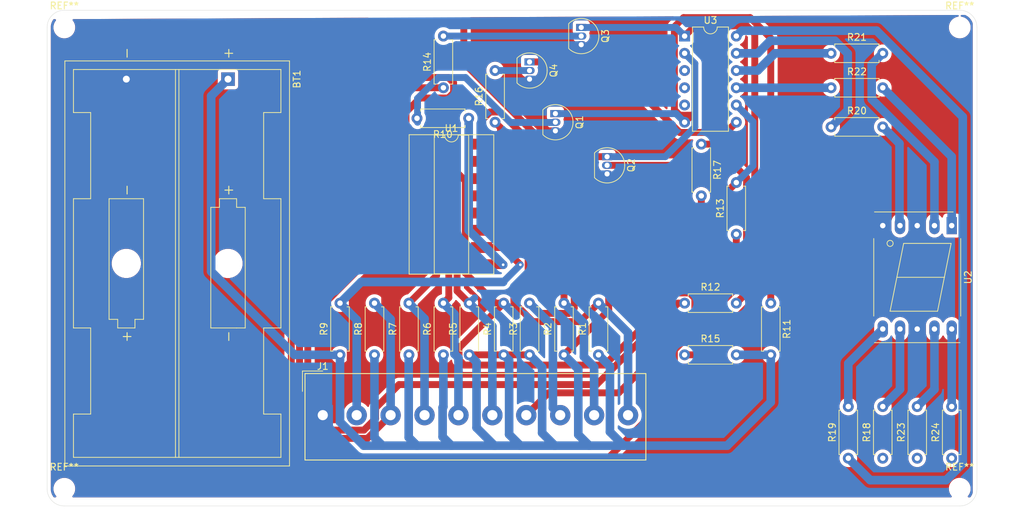
<source format=kicad_pcb>
(kicad_pcb (version 20171130) (host pcbnew "(5.1.8)-1")
  (layers (0 F.Cu signal) (31 B.Cu signal) (34 B.Paste user) (35 F.Paste user) (36 B.SilkS user) (37 F.SilkS user) (38 B.Mask user) (39 F.Mask user) (44 Edge.Cuts user))
  (net 0 "")
  (net 1 +5V)
  (net 2 GND)
  (net 3 "Net-(J1-Pad2)")
  (net 4 "Net-(J1-Pad3)")
  (net 5 "Net-(J1-Pad4)")
  (net 6 "Net-(J1-Pad5)")
  (net 7 "Net-(J1-Pad6)")
  (net 8 "Net-(J1-Pad7)")
  (net 9 "Net-(J1-Pad8)")
  (net 10 "Net-(J1-Pad9)")
  (net 11 "Net-(J1-Pad10)")
  (net 12 "Net-(Q1-Pad1)")
  (net 13 "Net-(Q1-Pad2)")
  (net 14 "Net-(Q2-Pad2)")
  (net 15 "Net-(Q2-Pad1)")
  (net 16 "Net-(Q3-Pad2)")
  (net 17 "Net-(Q3-Pad1)")
  (net 18 "Net-(Q4-Pad1)")
  (net 19 "Net-(Q4-Pad2)")
  (net 20 "Net-(R10-Pad1)")
  (net 21 "Net-(R12-Pad1)")
  (net 22 "Net-(R14-Pad1)")
  (net 23 "Net-(R16-Pad1)")
  (net 24 "Net-(R18-Pad2)")
  (net 25 "Net-(R18-Pad1)")
  (net 26 "Net-(R19-Pad1)")
  (net 27 "Net-(R19-Pad2)")
  (net 28 "Net-(R20-Pad2)")
  (net 29 "Net-(R20-Pad1)")
  (net 30 "Net-(R21-Pad1)")
  (net 31 "Net-(R21-Pad2)")
  (net 32 "Net-(R22-Pad2)")
  (net 33 "Net-(R22-Pad1)")
  (net 34 "Net-(R23-Pad1)")
  (net 35 "Net-(R23-Pad2)")
  (net 36 "Net-(R24-Pad2)")
  (net 37 "Net-(R24-Pad1)")
  (net 38 "Net-(U3-Pad3)")
  (net 39 "Net-(U3-Pad4)")
  (net 40 "Net-(U3-Pad5)")
  (module Package_DIP:DIP-16_W8.89mm_SMDSocket_LongPads (layer F.Cu) (at 106.6 87.05)
    (fp_text reference U1 (at 0 -11.22) (layer F.SilkS))
    (fp_text value 74LS147)
    (pad 16 smd rect (at 4.445 -8.89) (size 3.1 1.6) (layers F.Cu F.Paste F.Mask) (net 1 +5V))
    (pad 8 smd rect (at -4.445 8.89) (size 3.1 1.6) (layers F.Cu F.Paste F.Mask) (net 2 GND))
    (pad 15 smd rect (at 4.445 -6.35) (size 3.1 1.6) (layers F.Cu F.Paste F.Mask))
    (pad 7 smd rect (at -4.445 6.35) (size 3.1 1.6) (layers F.Cu F.Paste F.Mask) (net 21 "Net-(R12-Pad1)"))
    (pad 14 smd rect (at 4.445 -3.81) (size 3.1 1.6) (layers F.Cu F.Paste F.Mask) (net 23 "Net-(R16-Pad1)"))
    (pad 6 smd rect (at -4.445 3.81) (size 3.1 1.6) (layers F.Cu F.Paste F.Mask) (net 22 "Net-(R14-Pad1)"))
    (pad 13 smd rect (at 4.445 -1.27) (size 3.1 1.6) (layers F.Cu F.Paste F.Mask) (net 9 "Net-(J1-Pad8)"))
    (pad 5 smd rect (at -4.445 1.27) (size 3.1 1.6) (layers F.Cu F.Paste F.Mask) (net 4 "Net-(J1-Pad3)"))
    (pad 12 smd rect (at 4.445 1.27) (size 3.1 1.6) (layers F.Cu F.Paste F.Mask) (net 10 "Net-(J1-Pad9)"))
    (pad 4 smd rect (at -4.445 -1.27) (size 3.1 1.6) (layers F.Cu F.Paste F.Mask) (net 5 "Net-(J1-Pad4)"))
    (pad 11 smd rect (at 4.445 3.81) (size 3.1 1.6) (layers F.Cu F.Paste F.Mask) (net 11 "Net-(J1-Pad10)"))
    (pad 3 smd rect (at -4.445 -3.81) (size 3.1 1.6) (layers F.Cu F.Paste F.Mask) (net 6 "Net-(J1-Pad5)"))
    (pad 10 smd rect (at 4.445 6.35) (size 3.1 1.6) (layers F.Cu F.Paste F.Mask) (net 3 "Net-(J1-Pad2)"))
    (pad 2 smd rect (at -4.445 -6.35) (size 3.1 1.6) (layers F.Cu F.Paste F.Mask) (net 7 "Net-(J1-Pad6)"))
    (pad 9 smd rect (at 4.445 8.89) (size 3.1 1.6) (layers F.Cu F.Paste F.Mask) (net 20 "Net-(R10-Pad1)"))
    (pad 1 smd rect (at -4.445 -8.89) (size 3.1 1.6) (layers F.Cu F.Paste F.Mask) (net 8 "Net-(J1-Pad7)"))
  )
  (module MountingHole:MountingHole_2.2mm_M2 (layer F.Cu) (at 181.53 128.96)
    (fp_text reference REF** (at 0 -3.2) (layer F.SilkS))
    (fp_text value MountingHole_2.2mm_M2)
    (pad 1 np_thru_hole circle (at 0 0) (size 2.2 2.2) (drill 2.2) (layers *.Cu *.Mask))
  )
  (module MountingHole:MountingHole_2.2mm_M2 (layer F.Cu) (at 181.53 60.96)
    (fp_text reference REF** (at 0 -3.2) (layer F.SilkS))
    (fp_text value MountingHole_2.2mm_M2)
    (pad 1 np_thru_hole circle (at 0 0) (size 2.2 2.2) (drill 2.2) (layers *.Cu *.Mask))
  )
  (module MountingHole:MountingHole_2.2mm_M2 (layer F.Cu) (at 49.53 128.96)
    (fp_text reference REF** (at 0 -3.2) (layer F.SilkS))
    (fp_text value MountingHole_2.2mm_M2)
    (pad 1 np_thru_hole circle (at 0 0) (size 2.2 2.2) (drill 2.2) (layers *.Cu *.Mask))
  )
  (module MountingHole:MountingHole_2.2mm_M2 (layer F.Cu) (at 49.53 60.96)
    (fp_text reference REF** (at 0 -3.2) (layer F.SilkS))
    (fp_text value MountingHole_2.2mm_M2)
    (pad 1 np_thru_hole circle (at 0 0) (size 2.2 2.2) (drill 2.2) (layers *.Cu *.Mask))
  )
  (module Battery:BatteryHolder_Keystone_2462_2xAA (layer F.Cu) (at 73.66 68.58 270)
    (fp_text reference BT1 (at 0 -10.16 270) (layer F.SilkS))
    (fp_text value Battery_Cell)
    (fp_text user - (at 37.945 0 90) (layer F.SilkS) (effects (font (size 1.5 1.5))))
    (fp_text user + (at 16.355 0 90) (layer F.SilkS) (effects (font (size 1.5 1.5))))
    (fp_text user + (at 37.945 14.99 90) (layer F.SilkS) (effects (font (size 1.5 1.5))))
    (fp_text user - (at 16.355 14.99 90) (layer F.SilkS) (effects (font (size 1.5 1.5))))
    (fp_text user + (at -3.81 0 90) (layer F.SilkS) (effects (font (size 1.5 1.5))))
    (fp_text user - (at -3.81 14.99 90) (layer F.SilkS) (effects (font (size 1.5 1.5))))
    (pad 1 thru_hole rect (at 0 0 270) (size 2 2) (drill 1.02) (layers *.Cu *.Mask) (net 1 +5V))
    (pad 2 thru_hole circle (at 0 14.99 270) (size 2 2) (drill 1.02) (layers *.Cu *.Mask) (net 2 GND))
    (pad "" np_thru_hole circle (at 27.165 14.99 270) (size 3.3 3.3) (drill 3.3) (layers *.Cu *.Mask))
    (pad "" np_thru_hole circle (at 27.165 0 270) (size 3.3 3.3) (drill 3.3) (layers *.Cu *.Mask))
  )
  (module TerminalBlock_Altech:Altech_AK300_1x10_P5.00mm_45-Degree (layer F.Cu) (at 87.63 118.11)
    (fp_text reference J1 (at 0 -7.2) (layer F.SilkS))
    (fp_text value Screw_Terminal_01x10)
    (pad 1 thru_hole rect (at 0 0) (size 3 3) (drill 1.5) (layers *.Cu *.Mask) (net 2 GND))
    (pad 2 thru_hole circle (at 5 0) (size 3 3) (drill 1.5) (layers *.Cu *.Mask) (net 3 "Net-(J1-Pad2)"))
    (pad 3 thru_hole circle (at 10 0) (size 3 3) (drill 1.5) (layers *.Cu *.Mask) (net 4 "Net-(J1-Pad3)"))
    (pad 4 thru_hole circle (at 15 0) (size 3 3) (drill 1.5) (layers *.Cu *.Mask) (net 5 "Net-(J1-Pad4)"))
    (pad 5 thru_hole circle (at 20 0) (size 3 3) (drill 1.5) (layers *.Cu *.Mask) (net 6 "Net-(J1-Pad5)"))
    (pad 6 thru_hole circle (at 25 0) (size 3 3) (drill 1.5) (layers *.Cu *.Mask) (net 7 "Net-(J1-Pad6)"))
    (pad 7 thru_hole circle (at 30 0) (size 3 3) (drill 1.5) (layers *.Cu *.Mask) (net 8 "Net-(J1-Pad7)"))
    (pad 8 thru_hole circle (at 35 0) (size 3 3) (drill 1.5) (layers *.Cu *.Mask) (net 9 "Net-(J1-Pad8)"))
    (pad 9 thru_hole circle (at 40 0) (size 3 3) (drill 1.5) (layers *.Cu *.Mask) (net 10 "Net-(J1-Pad9)"))
    (pad 10 thru_hole circle (at 45 0) (size 3 3) (drill 1.5) (layers *.Cu *.Mask) (net 11 "Net-(J1-Pad10)"))
  )
  (module Package_TO_SOT_THT:TO-92_Inline (layer F.Cu) (at 121.92 73.66 270)
    (fp_text reference Q1 (at 1.27 -3.56 90) (layer F.SilkS))
    (fp_text value BC547)
    (pad 1 thru_hole rect (at 0 0 270) (size 1.05 1.5) (drill 0.75) (layers *.Cu *.Mask) (net 12 "Net-(Q1-Pad1)"))
    (pad 3 thru_hole oval (at 2.54 0 270) (size 1.05 1.5) (drill 0.75) (layers *.Cu *.Mask) (net 2 GND))
    (pad 2 thru_hole oval (at 1.27 0 270) (size 1.05 1.5) (drill 0.75) (layers *.Cu *.Mask) (net 13 "Net-(Q1-Pad2)"))
  )
  (module Package_TO_SOT_THT:TO-92_Inline (layer F.Cu) (at 129.54 80.01 270)
    (fp_text reference Q2 (at 1.27 -3.56 90) (layer F.SilkS))
    (fp_text value BC547)
    (pad 2 thru_hole oval (at 1.27 0 270) (size 1.05 1.5) (drill 0.75) (layers *.Cu *.Mask) (net 14 "Net-(Q2-Pad2)"))
    (pad 3 thru_hole oval (at 2.54 0 270) (size 1.05 1.5) (drill 0.75) (layers *.Cu *.Mask) (net 2 GND))
    (pad 1 thru_hole rect (at 0 0 270) (size 1.05 1.5) (drill 0.75) (layers *.Cu *.Mask) (net 15 "Net-(Q2-Pad1)"))
  )
  (module Package_TO_SOT_THT:TO-92_Inline (layer F.Cu) (at 125.73 60.96 270)
    (fp_text reference Q3 (at 1.27 -3.56 90) (layer F.SilkS))
    (fp_text value BC547)
    (pad 2 thru_hole oval (at 1.27 0 270) (size 1.05 1.5) (drill 0.75) (layers *.Cu *.Mask) (net 16 "Net-(Q3-Pad2)"))
    (pad 3 thru_hole oval (at 2.54 0 270) (size 1.05 1.5) (drill 0.75) (layers *.Cu *.Mask) (net 2 GND))
    (pad 1 thru_hole rect (at 0 0 270) (size 1.05 1.5) (drill 0.75) (layers *.Cu *.Mask) (net 17 "Net-(Q3-Pad1)"))
  )
  (module Package_TO_SOT_THT:TO-92_Inline (layer F.Cu) (at 118.11 66.04 270)
    (fp_text reference Q4 (at 1.27 -3.56 90) (layer F.SilkS))
    (fp_text value BC547)
    (pad 1 thru_hole rect (at 0 0 270) (size 1.05 1.5) (drill 0.75) (layers *.Cu *.Mask) (net 18 "Net-(Q4-Pad1)"))
    (pad 3 thru_hole oval (at 2.54 0 270) (size 1.05 1.5) (drill 0.75) (layers *.Cu *.Mask) (net 2 GND))
    (pad 2 thru_hole oval (at 1.27 0 270) (size 1.05 1.5) (drill 0.75) (layers *.Cu *.Mask) (net 19 "Net-(Q4-Pad2)"))
  )
  (module Resistor_THT:R_Axial_DIN0207_L6.3mm_D2.5mm_P7.62mm_Horizontal (layer F.Cu) (at 128.27 109.22 90)
    (fp_text reference R1 (at 3.81 -2.37 90) (layer F.SilkS))
    (fp_text value 560k)
    (pad 2 thru_hole oval (at 7.62 0 90) (size 1.6 1.6) (drill 0.8) (layers *.Cu *.Mask) (net 11 "Net-(J1-Pad10)"))
    (pad 1 thru_hole circle (at 0 0 90) (size 1.6 1.6) (drill 0.8) (layers *.Cu *.Mask) (net 1 +5V))
  )
  (module Resistor_THT:R_Axial_DIN0207_L6.3mm_D2.5mm_P7.62mm_Horizontal (layer F.Cu) (at 123.19 109.22 90)
    (fp_text reference R2 (at 3.81 -2.37 90) (layer F.SilkS))
    (fp_text value 560k)
    (pad 1 thru_hole circle (at 0 0 90) (size 1.6 1.6) (drill 0.8) (layers *.Cu *.Mask) (net 1 +5V))
    (pad 2 thru_hole oval (at 7.62 0 90) (size 1.6 1.6) (drill 0.8) (layers *.Cu *.Mask) (net 10 "Net-(J1-Pad9)"))
  )
  (module Resistor_THT:R_Axial_DIN0207_L6.3mm_D2.5mm_P7.62mm_Horizontal (layer F.Cu) (at 118.11 109.22 90)
    (fp_text reference R3 (at 3.81 -2.37 90) (layer F.SilkS))
    (fp_text value 560k)
    (pad 2 thru_hole oval (at 7.62 0 90) (size 1.6 1.6) (drill 0.8) (layers *.Cu *.Mask) (net 9 "Net-(J1-Pad8)"))
    (pad 1 thru_hole circle (at 0 0 90) (size 1.6 1.6) (drill 0.8) (layers *.Cu *.Mask) (net 1 +5V))
  )
  (module Resistor_THT:R_Axial_DIN0207_L6.3mm_D2.5mm_P7.62mm_Horizontal (layer F.Cu) (at 114.3 109.22 90)
    (fp_text reference R4 (at 3.81 -2.37 90) (layer F.SilkS))
    (fp_text value 560k)
    (pad 1 thru_hole circle (at 0 0 90) (size 1.6 1.6) (drill 0.8) (layers *.Cu *.Mask) (net 1 +5V))
    (pad 2 thru_hole oval (at 7.62 0 90) (size 1.6 1.6) (drill 0.8) (layers *.Cu *.Mask) (net 8 "Net-(J1-Pad7)"))
  )
  (module Resistor_THT:R_Axial_DIN0207_L6.3mm_D2.5mm_P7.62mm_Horizontal (layer F.Cu) (at 109.22 109.22 90)
    (fp_text reference R5 (at 3.81 -2.37 90) (layer F.SilkS))
    (fp_text value 560k)
    (pad 2 thru_hole oval (at 7.62 0 90) (size 1.6 1.6) (drill 0.8) (layers *.Cu *.Mask) (net 7 "Net-(J1-Pad6)"))
    (pad 1 thru_hole circle (at 0 0 90) (size 1.6 1.6) (drill 0.8) (layers *.Cu *.Mask) (net 1 +5V))
  )
  (module Resistor_THT:R_Axial_DIN0207_L6.3mm_D2.5mm_P7.62mm_Horizontal (layer F.Cu) (at 105.41 109.22 90)
    (fp_text reference R6 (at 3.81 -2.37 90) (layer F.SilkS))
    (fp_text value 560k)
    (pad 1 thru_hole circle (at 0 0 90) (size 1.6 1.6) (drill 0.8) (layers *.Cu *.Mask) (net 1 +5V))
    (pad 2 thru_hole oval (at 7.62 0 90) (size 1.6 1.6) (drill 0.8) (layers *.Cu *.Mask) (net 6 "Net-(J1-Pad5)"))
  )
  (module Resistor_THT:R_Axial_DIN0207_L6.3mm_D2.5mm_P7.62mm_Horizontal (layer F.Cu) (at 100.33 109.22 90)
    (fp_text reference R7 (at 3.81 -2.37 90) (layer F.SilkS))
    (fp_text value 560k)
    (pad 2 thru_hole oval (at 7.62 0 90) (size 1.6 1.6) (drill 0.8) (layers *.Cu *.Mask) (net 5 "Net-(J1-Pad4)"))
    (pad 1 thru_hole circle (at 0 0 90) (size 1.6 1.6) (drill 0.8) (layers *.Cu *.Mask) (net 1 +5V))
  )
  (module Resistor_THT:R_Axial_DIN0207_L6.3mm_D2.5mm_P7.62mm_Horizontal (layer F.Cu) (at 95.25 109.22 90)
    (fp_text reference R8 (at 3.81 -2.37 90) (layer F.SilkS))
    (fp_text value 560k)
    (pad 1 thru_hole circle (at 0 0 90) (size 1.6 1.6) (drill 0.8) (layers *.Cu *.Mask) (net 1 +5V))
    (pad 2 thru_hole oval (at 7.62 0 90) (size 1.6 1.6) (drill 0.8) (layers *.Cu *.Mask) (net 4 "Net-(J1-Pad3)"))
  )
  (module Resistor_THT:R_Axial_DIN0207_L6.3mm_D2.5mm_P7.62mm_Horizontal (layer F.Cu) (at 90.17 109.22 90)
    (fp_text reference R9 (at 3.81 -2.37 90) (layer F.SilkS))
    (fp_text value 560k)
    (pad 2 thru_hole oval (at 7.62 0 90) (size 1.6 1.6) (drill 0.8) (layers *.Cu *.Mask) (net 3 "Net-(J1-Pad2)"))
    (pad 1 thru_hole circle (at 0 0 90) (size 1.6 1.6) (drill 0.8) (layers *.Cu *.Mask) (net 1 +5V))
  )
  (module Resistor_THT:R_Axial_DIN0207_L6.3mm_D2.5mm_P7.62mm_Horizontal (layer F.Cu) (at 109.14 74.35 180)
    (fp_text reference R10 (at 3.81 -2.37) (layer F.SilkS))
    (fp_text value 33k)
    (pad 1 thru_hole circle (at 0 0 180) (size 1.6 1.6) (drill 0.8) (layers *.Cu *.Mask) (net 20 "Net-(R10-Pad1)"))
    (pad 2 thru_hole oval (at 7.62 0 180) (size 1.6 1.6) (drill 0.8) (layers *.Cu *.Mask) (net 13 "Net-(Q1-Pad2)"))
  )
  (module Resistor_THT:R_Axial_DIN0207_L6.3mm_D2.5mm_P7.62mm_Horizontal (layer F.Cu) (at 153.67 101.6 270)
    (fp_text reference R11 (at 3.81 -2.37 90) (layer F.SilkS))
    (fp_text value 33k)
    (pad 2 thru_hole oval (at 7.62 0 270) (size 1.6 1.6) (drill 0.8) (layers *.Cu *.Mask) (net 1 +5V))
    (pad 1 thru_hole circle (at 0 0 270) (size 1.6 1.6) (drill 0.8) (layers *.Cu *.Mask) (net 12 "Net-(Q1-Pad1)"))
  )
  (module Resistor_THT:R_Axial_DIN0207_L6.3mm_D2.5mm_P7.62mm_Horizontal (layer F.Cu) (at 140.97 101.6)
    (fp_text reference R12 (at 3.81 -2.37) (layer F.SilkS))
    (fp_text value 33k)
    (pad 1 thru_hole circle (at 0 0) (size 1.6 1.6) (drill 0.8) (layers *.Cu *.Mask) (net 21 "Net-(R12-Pad1)"))
    (pad 2 thru_hole oval (at 7.62 0) (size 1.6 1.6) (drill 0.8) (layers *.Cu *.Mask) (net 14 "Net-(Q2-Pad2)"))
  )
  (module Resistor_THT:R_Axial_DIN0207_L6.3mm_D2.5mm_P7.62mm_Horizontal (layer F.Cu) (at 148.59 91.44 90)
    (fp_text reference R13 (at 3.81 -2.37 90) (layer F.SilkS))
    (fp_text value 33k)
    (pad 1 thru_hole circle (at 0 0 90) (size 1.6 1.6) (drill 0.8) (layers *.Cu *.Mask) (net 15 "Net-(Q2-Pad1)"))
    (pad 2 thru_hole oval (at 7.62 0 90) (size 1.6 1.6) (drill 0.8) (layers *.Cu *.Mask) (net 1 +5V))
  )
  (module Resistor_THT:R_Axial_DIN0207_L6.3mm_D2.5mm_P7.62mm_Horizontal (layer F.Cu) (at 105.41 69.85 90)
    (fp_text reference R14 (at 3.81 -2.37 90) (layer F.SilkS))
    (fp_text value 33k)
    (pad 2 thru_hole oval (at 7.62 0 90) (size 1.6 1.6) (drill 0.8) (layers *.Cu *.Mask) (net 16 "Net-(Q3-Pad2)"))
    (pad 1 thru_hole circle (at 0 0 90) (size 1.6 1.6) (drill 0.8) (layers *.Cu *.Mask) (net 22 "Net-(R14-Pad1)"))
  )
  (module Resistor_THT:R_Axial_DIN0207_L6.3mm_D2.5mm_P7.62mm_Horizontal (layer F.Cu) (at 140.97 109.22)
    (fp_text reference R15 (at 3.81 -2.37) (layer F.SilkS))
    (fp_text value 33k)
    (pad 1 thru_hole circle (at 0 0) (size 1.6 1.6) (drill 0.8) (layers *.Cu *.Mask) (net 17 "Net-(Q3-Pad1)"))
    (pad 2 thru_hole oval (at 7.62 0) (size 1.6 1.6) (drill 0.8) (layers *.Cu *.Mask) (net 1 +5V))
  )
  (module Resistor_THT:R_Axial_DIN0207_L6.3mm_D2.5mm_P7.62mm_Horizontal (layer F.Cu) (at 113.03 74.93 90)
    (fp_text reference R16 (at 3.81 -2.37 90) (layer F.SilkS))
    (fp_text value 33k)
    (pad 2 thru_hole oval (at 7.62 0 90) (size 1.6 1.6) (drill 0.8) (layers *.Cu *.Mask) (net 19 "Net-(Q4-Pad2)"))
    (pad 1 thru_hole circle (at 0 0 90) (size 1.6 1.6) (drill 0.8) (layers *.Cu *.Mask) (net 23 "Net-(R16-Pad1)"))
  )
  (module Resistor_THT:R_Axial_DIN0207_L6.3mm_D2.5mm_P7.62mm_Horizontal (layer F.Cu) (at 143.43 78.16 270)
    (fp_text reference R17 (at 3.81 -2.37 90) (layer F.SilkS))
    (fp_text value 33k)
    (pad 1 thru_hole circle (at 0 0 270) (size 1.6 1.6) (drill 0.8) (layers *.Cu *.Mask) (net 18 "Net-(Q4-Pad1)"))
    (pad 2 thru_hole oval (at 7.62 0 270) (size 1.6 1.6) (drill 0.8) (layers *.Cu *.Mask) (net 1 +5V))
  )
  (module Resistor_THT:R_Axial_DIN0207_L6.3mm_D2.5mm_P7.62mm_Horizontal (layer F.Cu) (at 170.18 124.46 90)
    (fp_text reference R18 (at 3.81 -2.37 90) (layer F.SilkS))
    (fp_text value 470)
    (pad 2 thru_hole oval (at 7.62 0 90) (size 1.6 1.6) (drill 0.8) (layers *.Cu *.Mask) (net 24 "Net-(R18-Pad2)"))
    (pad 1 thru_hole circle (at 0 0 90) (size 1.6 1.6) (drill 0.8) (layers *.Cu *.Mask) (net 25 "Net-(R18-Pad1)"))
  )
  (module Resistor_THT:R_Axial_DIN0207_L6.3mm_D2.5mm_P7.62mm_Horizontal (layer F.Cu) (at 165.1 124.46 90)
    (fp_text reference R19 (at 3.81 -2.37 90) (layer F.SilkS))
    (fp_text value 470)
    (pad 1 thru_hole circle (at 0 0 90) (size 1.6 1.6) (drill 0.8) (layers *.Cu *.Mask) (net 26 "Net-(R19-Pad1)"))
    (pad 2 thru_hole oval (at 7.62 0 90) (size 1.6 1.6) (drill 0.8) (layers *.Cu *.Mask) (net 27 "Net-(R19-Pad2)"))
  )
  (module Resistor_THT:R_Axial_DIN0207_L6.3mm_D2.5mm_P7.62mm_Horizontal (layer F.Cu) (at 162.56 75.62)
    (fp_text reference R20 (at 3.81 -2.37) (layer F.SilkS))
    (fp_text value 470)
    (pad 2 thru_hole oval (at 7.62 0) (size 1.6 1.6) (drill 0.8) (layers *.Cu *.Mask) (net 28 "Net-(R20-Pad2)"))
    (pad 1 thru_hole circle (at 0 0) (size 1.6 1.6) (drill 0.8) (layers *.Cu *.Mask) (net 29 "Net-(R20-Pad1)"))
  )
  (module Resistor_THT:R_Axial_DIN0207_L6.3mm_D2.5mm_P7.62mm_Horizontal (layer F.Cu) (at 162.56 64.77)
    (fp_text reference R21 (at 3.81 -2.37) (layer F.SilkS))
    (fp_text value 470)
    (pad 1 thru_hole circle (at 0 0) (size 1.6 1.6) (drill 0.8) (layers *.Cu *.Mask) (net 30 "Net-(R21-Pad1)"))
    (pad 2 thru_hole oval (at 7.62 0) (size 1.6 1.6) (drill 0.8) (layers *.Cu *.Mask) (net 31 "Net-(R21-Pad2)"))
  )
  (module Resistor_THT:R_Axial_DIN0207_L6.3mm_D2.5mm_P7.62mm_Horizontal (layer F.Cu) (at 162.56 69.85)
    (fp_text reference R22 (at 3.81 -2.37) (layer F.SilkS))
    (fp_text value 470)
    (pad 2 thru_hole oval (at 7.62 0) (size 1.6 1.6) (drill 0.8) (layers *.Cu *.Mask) (net 32 "Net-(R22-Pad2)"))
    (pad 1 thru_hole circle (at 0 0) (size 1.6 1.6) (drill 0.8) (layers *.Cu *.Mask) (net 33 "Net-(R22-Pad1)"))
  )
  (module Resistor_THT:R_Axial_DIN0207_L6.3mm_D2.5mm_P7.62mm_Horizontal (layer F.Cu) (at 175.26 124.46 90)
    (fp_text reference R23 (at 3.81 -2.37 90) (layer F.SilkS))
    (fp_text value 470)
    (pad 1 thru_hole circle (at 0 0 90) (size 1.6 1.6) (drill 0.8) (layers *.Cu *.Mask) (net 34 "Net-(R23-Pad1)"))
    (pad 2 thru_hole oval (at 7.62 0 90) (size 1.6 1.6) (drill 0.8) (layers *.Cu *.Mask) (net 35 "Net-(R23-Pad2)"))
  )
  (module Resistor_THT:R_Axial_DIN0207_L6.3mm_D2.5mm_P7.62mm_Horizontal (layer F.Cu) (at 180.34 124.46 90)
    (fp_text reference R24 (at 3.81 -2.37 90) (layer F.SilkS))
    (fp_text value 470)
    (pad 2 thru_hole oval (at 7.62 0 90) (size 1.6 1.6) (drill 0.8) (layers *.Cu *.Mask) (net 36 "Net-(R24-Pad2)"))
    (pad 1 thru_hole circle (at 0 0 90) (size 1.6 1.6) (drill 0.8) (layers *.Cu *.Mask) (net 37 "Net-(R24-Pad1)"))
  )
  (module Display_7Segment:7SegmentLED_LTS6760_LTS6780 (layer F.Cu) (at 180.34 90.17 270)
    (fp_text reference U2 (at 7.62 -2.42 90) (layer F.SilkS))
    (fp_text value KCSC02-105)
    (pad 10 thru_hole oval (at 15.24 0 180) (size 1.524 2.524) (drill 0.8) (layers *.Cu *.Mask) (net 36 "Net-(R24-Pad2)"))
    (pad 9 thru_hole oval (at 15.24 2.54 180) (size 1.524 2.524) (drill 0.8) (layers *.Cu *.Mask) (net 35 "Net-(R23-Pad2)"))
    (pad 8 thru_hole oval (at 15.24 5.08 180) (size 1.524 2.524) (drill 0.8) (layers *.Cu *.Mask) (net 2 GND))
    (pad 7 thru_hole oval (at 15.24 7.62 180) (size 1.524 2.524) (drill 0.8) (layers *.Cu *.Mask) (net 24 "Net-(R18-Pad2)"))
    (pad 6 thru_hole oval (at 15.24 10.16 180) (size 1.524 2.524) (drill 0.8) (layers *.Cu *.Mask) (net 27 "Net-(R19-Pad2)"))
    (pad 5 thru_hole oval (at 0 10.16 180) (size 1.524 2.524) (drill 0.8) (layers *.Cu *.Mask) (net 2 GND))
    (pad 4 thru_hole oval (at 0 7.62 180) (size 1.524 2.524) (drill 0.8) (layers *.Cu *.Mask) (net 28 "Net-(R20-Pad2)"))
    (pad 3 thru_hole oval (at 0 5.08 180) (size 1.524 2.524) (drill 0.8) (layers *.Cu *.Mask) (net 2 GND))
    (pad 2 thru_hole oval (at 0 2.54 180) (size 1.524 2.524) (drill 0.8) (layers *.Cu *.Mask) (net 31 "Net-(R21-Pad2)"))
    (pad 1 thru_hole rect (at 0 0 180) (size 1.524 2.524) (drill 0.8) (layers *.Cu *.Mask) (net 32 "Net-(R22-Pad2)"))
  )
  (module Package_DIP:DIP-12_W7.62mm (layer F.Cu) (at 140.97 62.23)
    (fp_text reference U3 (at 3.81 -2.33) (layer F.SilkS))
    (fp_text value 4511)
    (pad 1 thru_hole rect (at 0 0) (size 1.6 1.6) (drill 0.8) (layers *.Cu *.Mask) (net 17 "Net-(Q3-Pad1)"))
    (pad 7 thru_hole oval (at 7.62 12.7) (size 1.6 1.6) (drill 0.8) (layers *.Cu *.Mask) (net 18 "Net-(Q4-Pad1)"))
    (pad 2 thru_hole oval (at 0 2.54) (size 1.6 1.6) (drill 0.8) (layers *.Cu *.Mask) (net 15 "Net-(Q2-Pad1)"))
    (pad 8 thru_hole oval (at 7.62 10.16) (size 1.6 1.6) (drill 0.8) (layers *.Cu *.Mask) (net 1 +5V))
    (pad 3 thru_hole oval (at 0 5.08) (size 1.6 1.6) (drill 0.8) (layers *.Cu *.Mask) (net 38 "Net-(U3-Pad3)"))
    (pad 9 thru_hole oval (at 7.62 7.62) (size 1.6 1.6) (drill 0.8) (layers *.Cu *.Mask) (net 33 "Net-(R22-Pad1)"))
    (pad 4 thru_hole oval (at 0 7.62) (size 1.6 1.6) (drill 0.8) (layers *.Cu *.Mask) (net 39 "Net-(U3-Pad4)"))
    (pad 10 thru_hole oval (at 7.62 5.08) (size 1.6 1.6) (drill 0.8) (layers *.Cu *.Mask) (net 30 "Net-(R21-Pad1)"))
    (pad 5 thru_hole oval (at 0 10.16) (size 1.6 1.6) (drill 0.8) (layers *.Cu *.Mask) (net 40 "Net-(U3-Pad5)"))
    (pad 11 thru_hole oval (at 7.62 2.54) (size 1.6 1.6) (drill 0.8) (layers *.Cu *.Mask) (net 29 "Net-(R20-Pad1)"))
    (pad 6 thru_hole oval (at 0 12.7) (size 1.6 1.6) (drill 0.8) (layers *.Cu *.Mask) (net 12 "Net-(Q1-Pad1)"))
    (pad 12 thru_hole oval (at 7.62 0) (size 1.6 1.6) (drill 0.8) (layers *.Cu *.Mask) (net 26 "Net-(R19-Pad1)"))
  )
  (gr_line (start 49.53 131.5) (end 181.53 131.5) (layer Edge.Cuts) (width 0.05))
  (gr_line (start 46.99 60.96) (end 46.99 128.96) (layer Edge.Cuts) (width 0.05))
  (gr_line (start 181.53 58.42) (end 49.53 58.42) (layer Edge.Cuts) (width 0.05))
  (gr_line (start 184.07 128.96) (end 184.07 60.96) (layer Edge.Cuts) (width 0.05))
  (gr_arc (start 181.53 128.96) (end 181.53 131.5) (angle -90) (layer Edge.Cuts) (width 0.05))
  (gr_arc (start 181.53 60.96) (end 184.07 60.96) (angle -90) (layer Edge.Cuts) (width 0.05))
  (gr_arc (start 49.53 128.96) (end 46.99 128.96) (angle -90) (layer Edge.Cuts) (width 0.05))
  (gr_arc (start 49.53 60.96) (end 49.53 58.42) (angle -90) (layer Edge.Cuts) (width 0.05))
  (segment (start 90.17 119.105802) (end 93.674198 122.61) (width 1.27) (layer B.Cu) (net 1))
  (segment (start 90.17 109.22) (end 90.17 119.105802) (width 1.27) (layer B.Cu) (net 1))
  (segment (start 153.67 116.18) (end 153.67 109.22) (width 1.27) (layer B.Cu) (net 1))
  (segment (start 147.24 122.61) (end 153.67 116.18) (width 1.27) (layer B.Cu) (net 1))
  (segment (start 153.67 109.22) (end 148.59 109.22) (width 1.27) (layer B.Cu) (net 1))
  (segment (start 138.35 122.61) (end 147.24 122.61) (width 1.27) (layer B.Cu) (net 1))
  (segment (start 129.965001 120.575001) (end 132 122.61) (width 1.27) (layer B.Cu) (net 1))
  (segment (start 128.27 109.22) (end 129.965001 110.915001) (width 1.27) (layer B.Cu) (net 1))
  (segment (start 129.965001 110.915001) (end 129.965001 120.575001) (width 1.27) (layer B.Cu) (net 1))
  (segment (start 132 122.61) (end 138.35 122.61) (width 1.27) (layer B.Cu) (net 1))
  (segment (start 110.294999 110.294999) (end 110.294999 119.954999) (width 1.27) (layer B.Cu) (net 1))
  (segment (start 109.22 109.22) (end 110.294999 110.294999) (width 1.27) (layer B.Cu) (net 1))
  (segment (start 110.294999 119.954999) (end 112.95 122.61) (width 1.27) (layer B.Cu) (net 1))
  (segment (start 105.294999 116.989199) (end 105.294999 121.304999) (width 1.27) (layer B.Cu) (net 1))
  (segment (start 105.294999 121.304999) (end 106.6 122.61) (width 1.27) (layer B.Cu) (net 1))
  (segment (start 105.41 116.874198) (end 105.294999 116.989199) (width 1.27) (layer B.Cu) (net 1))
  (segment (start 105.41 109.22) (end 105.41 116.874198) (width 1.27) (layer B.Cu) (net 1))
  (segment (start 106.6 122.61) (end 112.95 122.61) (width 1.27) (layer B.Cu) (net 1))
  (segment (start 100.294999 121.384999) (end 101.52 122.61) (width 1.27) (layer B.Cu) (net 1))
  (segment (start 100.294999 109.255001) (end 100.294999 121.384999) (width 1.27) (layer B.Cu) (net 1))
  (segment (start 100.33 109.22) (end 100.294999 109.255001) (width 1.27) (layer B.Cu) (net 1))
  (segment (start 101.52 122.61) (end 106.6 122.61) (width 1.27) (layer B.Cu) (net 1))
  (segment (start 95.25 121.42) (end 96.44 122.61) (width 1.27) (layer B.Cu) (net 1))
  (segment (start 95.25 109.22) (end 95.25 121.42) (width 1.27) (layer B.Cu) (net 1))
  (segment (start 96.44 122.61) (end 101.52 122.61) (width 1.27) (layer B.Cu) (net 1))
  (segment (start 93.674198 122.61) (end 96.44 122.61) (width 1.27) (layer B.Cu) (net 1))
  (segment (start 71.174999 71.065001) (end 73.66 68.58) (width 1.27) (layer B.Cu) (net 1))
  (segment (start 71.174999 96.937801) (end 71.174999 71.065001) (width 1.27) (layer B.Cu) (net 1))
  (segment (start 83.457198 109.22) (end 71.174999 96.937801) (width 1.27) (layer B.Cu) (net 1))
  (segment (start 90.17 109.22) (end 83.457198 109.22) (width 1.27) (layer B.Cu) (net 1))
  (segment (start 115.099999 120.949999) (end 116.76 122.61) (width 1.27) (layer B.Cu) (net 1))
  (segment (start 115.099999 110.019999) (end 115.099999 120.949999) (width 1.27) (layer B.Cu) (net 1))
  (segment (start 114.3 109.22) (end 115.099999 110.019999) (width 1.27) (layer B.Cu) (net 1))
  (segment (start 112.95 122.61) (end 116.76 122.61) (width 1.27) (layer B.Cu) (net 1))
  (segment (start 119.965001 120.735001) (end 121.84 122.61) (width 1.27) (layer B.Cu) (net 1))
  (segment (start 119.965001 111.075001) (end 119.965001 120.735001) (width 1.27) (layer B.Cu) (net 1))
  (segment (start 118.11 109.22) (end 119.965001 111.075001) (width 1.27) (layer B.Cu) (net 1))
  (segment (start 116.76 122.61) (end 121.84 122.61) (width 1.27) (layer B.Cu) (net 1))
  (segment (start 125.294999 120.984999) (end 126.92 122.61) (width 1.27) (layer B.Cu) (net 1))
  (segment (start 125.294999 111.324999) (end 125.294999 120.984999) (width 1.27) (layer B.Cu) (net 1))
  (segment (start 123.19 109.22) (end 125.294999 111.324999) (width 1.27) (layer B.Cu) (net 1))
  (segment (start 126.92 122.61) (end 132 122.61) (width 1.27) (layer B.Cu) (net 1))
  (segment (start 121.84 122.61) (end 126.92 122.61) (width 1.27) (layer B.Cu) (net 1))
  (segment (start 148.59 83.82) (end 151.05 81.36) (width 1.016) (layer B.Cu) (net 1))
  (segment (start 151.05 74.85) (end 148.59 72.39) (width 1.016) (layer B.Cu) (net 1))
  (segment (start 151.05 81.36) (end 151.05 74.85) (width 1.016) (layer B.Cu) (net 1))
  (segment (start 109.22 109.22) (end 117.801842 109.22) (width 1.016) (layer F.Cu) (net 1))
  (segment (start 111.045 74.683158) (end 111.045 78.16) (width 1.016) (layer F.Cu) (net 1))
  (segment (start 112.306159 73.421999) (end 111.045 74.683158) (width 1.016) (layer F.Cu) (net 1))
  (segment (start 113.753841 73.421999) (end 112.306159 73.421999) (width 1.016) (layer F.Cu) (net 1))
  (segment (start 129.778001 89.446159) (end 113.753841 73.421999) (width 1.016) (layer F.Cu) (net 1))
  (segment (start 129.778001 102.631999) (end 129.778001 89.446159) (width 1.016) (layer F.Cu) (net 1))
  (segment (start 123.19 109.22) (end 129.778001 102.631999) (width 1.016) (layer F.Cu) (net 1))
  (segment (start 142.963841 89.446159) (end 148.59 83.82) (width 1.016) (layer F.Cu) (net 1))
  (segment (start 129.778001 89.446159) (end 142.963841 89.446159) (width 1.016) (layer F.Cu) (net 1))
  (segment (start 143.43 88.98) (end 142.963841 89.446159) (width 1.016) (layer F.Cu) (net 1))
  (segment (start 143.43 85.78) (end 143.43 88.98) (width 1.016) (layer F.Cu) (net 1))
  (segment (start 87.63 118.11) (end 68.5 98.98) (width 1.27) (layer B.Cu) (net 2))
  (segment (start 68.5 98.98) (end 68.5 71.81) (width 1.27) (layer B.Cu) (net 2))
  (segment (start 65.27 68.58) (end 58.67 68.58) (width 1.27) (layer B.Cu) (net 2))
  (segment (start 68.5 71.81) (end 65.27 68.58) (width 1.27) (layer B.Cu) (net 2))
  (segment (start 120.65 68.58) (end 125.73 63.5) (width 1.016) (layer B.Cu) (net 2))
  (segment (start 118.11 68.58) (end 120.65 68.58) (width 1.016) (layer B.Cu) (net 2))
  (segment (start 128.27 82.55) (end 129.54 82.55) (width 1.016) (layer B.Cu) (net 2))
  (segment (start 121.92 76.2) (end 128.27 82.55) (width 1.016) (layer B.Cu) (net 2))
  (segment (start 129.54 83.32) (end 129.54 82.64001) (width 1.27) (layer B.Cu) (net 2))
  (segment (start 107.29 63.5) (end 125.73 63.5) (width 1.016) (layer B.Cu) (net 2))
  (segment (start 106.6 64.19) (end 107.29 63.5) (width 1.016) (layer B.Cu) (net 2))
  (segment (start 60.88 64.19) (end 106.6 64.19) (width 1.016) (layer B.Cu) (net 2))
  (segment (start 58.67 66.4) (end 60.88 64.19) (width 1.016) (layer B.Cu) (net 2))
  (segment (start 58.67 68.58) (end 58.67 66.4) (width 1.016) (layer B.Cu) (net 2))
  (segment (start 99.616002 95.94) (end 102.155 95.94) (width 1.016) (layer F.Cu) (net 2))
  (segment (start 96.758001 98.798001) (end 99.616002 95.94) (width 1.016) (layer F.Cu) (net 2))
  (segment (start 96.758001 102.323841) (end 96.758001 98.798001) (width 1.016) (layer F.Cu) (net 2))
  (segment (start 91.678001 107.403841) (end 96.758001 102.323841) (width 1.016) (layer F.Cu) (net 2))
  (segment (start 91.678001 114.061999) (end 91.678001 107.403841) (width 1.016) (layer F.Cu) (net 2))
  (segment (start 87.63 118.11) (end 91.678001 114.061999) (width 1.016) (layer F.Cu) (net 2))
  (segment (start 120.154 76.2) (end 115.49 71.536) (width 1.016) (layer F.Cu) (net 2))
  (segment (start 121.92 76.2) (end 120.154 76.2) (width 1.016) (layer F.Cu) (net 2))
  (segment (start 115.49 71.2) (end 118.11 68.58) (width 1.016) (layer F.Cu) (net 2))
  (segment (start 115.49 71.536) (end 115.49 71.2) (width 1.016) (layer F.Cu) (net 2))
  (segment (start 170.18 90.17) (end 170.18 92.21) (width 1.27) (layer B.Cu) (net 2))
  (segment (start 170.18 92.21) (end 171.37 93.4) (width 1.27) (layer B.Cu) (net 2))
  (segment (start 172.328513 93.48) (end 175.26 93.48) (width 1.27) (layer B.Cu) (net 2))
  (segment (start 172.248513 93.4) (end 172.328513 93.48) (width 1.27) (layer B.Cu) (net 2))
  (segment (start 171.37 93.4) (end 172.248513 93.4) (width 1.27) (layer B.Cu) (net 2))
  (segment (start 175.26 93.48) (end 175.26 90.17) (width 1.27) (layer B.Cu) (net 2))
  (segment (start 175.26 105.41) (end 175.26 93.48) (width 1.27) (layer B.Cu) (net 2))
  (segment (start 167.31 87.3) (end 133.02 87.3) (width 1.016) (layer B.Cu) (net 2))
  (segment (start 170.18 90.17) (end 167.31 87.3) (width 1.27) (layer B.Cu) (net 2))
  (segment (start 130.095 84.375) (end 130.095 83.875) (width 1.016) (layer B.Cu) (net 2))
  (segment (start 133.02 87.3) (end 130.095 84.375) (width 1.016) (layer B.Cu) (net 2))
  (segment (start 130.095 83.875) (end 129.54 83.32) (width 1.27) (layer B.Cu) (net 2))
  (segment (start 92.63 104.06) (end 90.17 101.6) (width 1.27) (layer B.Cu) (net 3))
  (segment (start 92.63 118.11) (end 92.63 104.06) (width 1.27) (layer B.Cu) (net 3))
  (segment (start 90.09 101.52) (end 90.17 101.6) (width 1.016) (layer B.Cu) (net 3))
  (segment (start 90.17 101.6) (end 93.29 98.48) (width 1.27) (layer B.Cu) (net 3))
  (segment (start 93.29 98.48) (end 114.22 98.48) (width 1.27) (layer B.Cu) (net 3))
  (via (at 116.76 95.94) (size 0.8) (drill 0.4) (layers F.Cu B.Cu) (net 3))
  (segment (start 111.045 93.4) (end 114.22 93.4) (width 1.016) (layer F.Cu) (net 3))
  (segment (start 116.68699 95.86699) (end 116.68699 95.94) (width 1.016) (layer F.Cu) (net 3))
  (segment (start 114.22 93.4) (end 116.68699 95.86699) (width 1.016) (layer F.Cu) (net 3))
  (segment (start 116.76 95.94) (end 114.22 98.48) (width 1.016) (layer B.Cu) (net 3))
  (segment (start 97.63 103.98) (end 95.25 101.6) (width 1.27) (layer B.Cu) (net 4))
  (segment (start 97.63 118.11) (end 97.63 103.98) (width 1.27) (layer B.Cu) (net 4))
  (segment (start 101.070598 88.32) (end 102.155 88.32) (width 1.016) (layer F.Cu) (net 4))
  (segment (start 94.205989 121.534011) (end 97.63 118.11) (width 1.016) (layer F.Cu) (net 4))
  (segment (start 85.059912 121.534011) (end 94.205989 121.534011) (width 1.016) (layer F.Cu) (net 4))
  (segment (start 84.205989 77.244314) (end 84.205989 120.680088) (width 1.016) (layer F.Cu) (net 4))
  (segment (start 93.108304 68.341999) (end 84.205989 77.244314) (width 1.016) (layer F.Cu) (net 4))
  (segment (start 106.133841 68.341999) (end 93.108304 68.341999) (width 1.016) (layer F.Cu) (net 4))
  (segment (start 101.971999 71.358001) (end 106.133841 71.358001) (width 1.016) (layer F.Cu) (net 4))
  (segment (start 84.205989 120.680088) (end 85.059912 121.534011) (width 1.016) (layer F.Cu) (net 4))
  (segment (start 106.133841 71.358001) (end 106.918001 70.573841) (width 1.016) (layer F.Cu) (net 4))
  (segment (start 99.896999 73.433001) (end 101.971999 71.358001) (width 1.016) (layer F.Cu) (net 4))
  (segment (start 106.918001 69.126159) (end 106.133841 68.341999) (width 1.016) (layer F.Cu) (net 4))
  (segment (start 99.896999 87.146401) (end 99.896999 73.433001) (width 1.016) (layer F.Cu) (net 4))
  (segment (start 106.918001 70.573841) (end 106.918001 69.126159) (width 1.016) (layer F.Cu) (net 4))
  (segment (start 101.070598 88.32) (end 99.896999 87.146401) (width 1.016) (layer F.Cu) (net 4))
  (segment (start 102.63 103.9) (end 100.33 101.6) (width 1.27) (layer B.Cu) (net 5))
  (segment (start 102.63 118.11) (end 102.63 103.9) (width 1.27) (layer B.Cu) (net 5))
  (segment (start 103.239402 85.78) (end 102.155 85.78) (width 1.016) (layer F.Cu) (net 5))
  (segment (start 104.413001 86.953599) (end 103.239402 85.78) (width 1.016) (layer F.Cu) (net 5))
  (segment (start 104.413001 97.516999) (end 104.413001 86.953599) (width 1.016) (layer F.Cu) (net 5))
  (segment (start 100.33 101.6) (end 104.413001 97.516999) (width 1.016) (layer F.Cu) (net 5))
  (segment (start 107.045001 103.235001) (end 105.41 101.6) (width 1.27) (layer B.Cu) (net 6))
  (segment (start 107.045001 109.085001) (end 107.045001 103.235001) (width 1.27) (layer B.Cu) (net 6))
  (segment (start 107.63 109.67) (end 107.045001 109.085001) (width 1.27) (layer B.Cu) (net 6))
  (segment (start 107.63 118.11) (end 107.63 109.67) (width 1.27) (layer B.Cu) (net 6))
  (segment (start 104.06 83.24) (end 102.155 83.24) (width 1.016) (layer F.Cu) (net 6))
  (segment (start 106.209999 85.389999) (end 104.06 83.24) (width 1.016) (layer F.Cu) (net 6))
  (segment (start 106.209999 100.800001) (end 106.209999 85.389999) (width 1.016) (layer F.Cu) (net 6))
  (segment (start 105.41 101.6) (end 106.209999 100.800001) (width 1.016) (layer F.Cu) (net 6))
  (segment (start 112.63 105.01) (end 109.22 101.6) (width 1.27) (layer B.Cu) (net 7))
  (segment (start 112.63 118.11) (end 112.63 105.01) (width 1.27) (layer B.Cu) (net 7))
  (segment (start 109.22 101.6) (end 110.019999 100.800001) (width 1.016) (layer B.Cu) (net 7))
  (segment (start 103.239697 80.7) (end 102.155 80.7) (width 1.016) (layer F.Cu) (net 7))
  (segment (start 107.426009 84.886312) (end 103.239697 80.7) (width 1.016) (layer F.Cu) (net 7))
  (segment (start 107.426009 99.806009) (end 107.426009 84.886312) (width 1.016) (layer F.Cu) (net 7))
  (segment (start 109.22 101.6) (end 107.426009 99.806009) (width 1.016) (layer F.Cu) (net 7))
  (segment (start 116.130001 103.430001) (end 114.3 101.6) (width 1.27) (layer B.Cu) (net 8))
  (segment (start 103.239402 78.16) (end 102.155 78.16) (width 1.016) (layer F.Cu) (net 8))
  (segment (start 108.642019 83.562617) (end 103.239402 78.16) (width 1.016) (layer F.Cu) (net 8))
  (segment (start 108.642019 97.161421) (end 108.642019 83.562617) (width 1.016) (layer F.Cu) (net 8))
  (segment (start 113.080598 101.6) (end 108.642019 97.161421) (width 1.016) (layer F.Cu) (net 8))
  (segment (start 114.3 101.6) (end 113.080598 101.6) (width 1.016) (layer F.Cu) (net 8))
  (segment (start 107.711999 109.943841) (end 107.711999 108.188001) (width 1.016) (layer F.Cu) (net 8))
  (segment (start 108.496159 110.728001) (end 107.711999 109.943841) (width 1.016) (layer F.Cu) (net 8))
  (segment (start 107.711999 108.188001) (end 114.3 101.6) (width 1.016) (layer F.Cu) (net 8))
  (segment (start 129.160461 110.728001) (end 108.496159 110.728001) (width 1.016) (layer F.Cu) (net 8))
  (segment (start 139.796463 100.091999) (end 129.160461 110.728001) (width 1.016) (layer F.Cu) (net 8))
  (segment (start 141.693841 100.091999) (end 139.796463 100.091999) (width 1.016) (layer F.Cu) (net 8))
  (segment (start 142.478001 100.876159) (end 141.693841 100.091999) (width 1.016) (layer F.Cu) (net 8))
  (segment (start 142.478001 103.593841) (end 142.478001 100.876159) (width 1.016) (layer F.Cu) (net 8))
  (segment (start 120.917911 114.822089) (end 131.249753 114.822089) (width 1.016) (layer F.Cu) (net 8))
  (segment (start 131.249753 114.822089) (end 142.478001 103.593841) (width 1.016) (layer F.Cu) (net 8))
  (segment (start 117.63 118.11) (end 120.917911 114.822089) (width 1.016) (layer F.Cu) (net 8))
  (segment (start 121.554999 105.044999) (end 120.32 103.81) (width 1.27) (layer B.Cu) (net 9))
  (segment (start 121.554999 117.034999) (end 121.554999 105.044999) (width 1.27) (layer B.Cu) (net 9))
  (segment (start 122.63 118.11) (end 121.554999 117.034999) (width 1.27) (layer B.Cu) (net 9))
  (segment (start 120.32 103.81) (end 118.11 101.6) (width 1.27) (layer B.Cu) (net 9))
  (segment (start 121.130001 104.620001) (end 120.32 103.81) (width 1.27) (layer B.Cu) (net 9))
  (segment (start 112.95 85.78) (end 111.045 85.78) (width 1.016) (layer F.Cu) (net 9))
  (segment (start 124.698001 97.528001) (end 112.95 85.78) (width 1.016) (layer F.Cu) (net 9))
  (segment (start 124.698001 102.323841) (end 124.698001 97.528001) (width 1.016) (layer F.Cu) (net 9))
  (segment (start 123.913841 103.108001) (end 124.698001 102.323841) (width 1.016) (layer F.Cu) (net 9))
  (segment (start 119.618001 103.108001) (end 123.913841 103.108001) (width 1.016) (layer F.Cu) (net 9))
  (segment (start 118.11 101.6) (end 119.618001 103.108001) (width 1.016) (layer F.Cu) (net 9))
  (segment (start 126.130001 104.540001) (end 123.19 101.6) (width 1.27) (layer B.Cu) (net 10))
  (segment (start 126.130001 109.499803) (end 126.130001 104.540001) (width 1.27) (layer B.Cu) (net 10))
  (segment (start 127.63 110.999802) (end 126.130001 109.499803) (width 1.27) (layer B.Cu) (net 10))
  (segment (start 127.63 118.11) (end 127.63 110.999802) (width 1.27) (layer B.Cu) (net 10))
  (segment (start 113.611 88.32) (end 111.045 88.32) (width 1.016) (layer F.Cu) (net 10))
  (segment (start 123.19 97.899) (end 113.611 88.32) (width 1.016) (layer F.Cu) (net 10))
  (segment (start 123.19 101.6) (end 123.19 97.899) (width 1.016) (layer F.Cu) (net 10))
  (segment (start 132.63 105.96) (end 128.27 101.6) (width 1.27) (layer B.Cu) (net 11))
  (segment (start 132.63 118.11) (end 132.63 105.96) (width 1.27) (layer B.Cu) (net 11))
  (segment (start 118.602167 104.324009) (end 115.808001 101.529843) (width 1.016) (layer F.Cu) (net 11))
  (segment (start 125.545991 104.324009) (end 118.602167 104.324009) (width 1.016) (layer F.Cu) (net 11))
  (segment (start 128.27 101.6) (end 125.545991 104.324009) (width 1.016) (layer F.Cu) (net 11))
  (segment (start 111.045 90.86) (end 114.22 90.86) (width 1.27) (layer F.Cu) (net 11))
  (segment (start 114.22 90.86) (end 118.03 94.67) (width 1.27) (layer F.Cu) (net 11))
  (segment (start 118.03 97.21) (end 115.808001 99.431999) (width 1.27) (layer F.Cu) (net 11))
  (segment (start 118.03 94.67) (end 118.03 97.21) (width 1.27) (layer F.Cu) (net 11))
  (segment (start 115.808001 101.529843) (end 115.808001 99.431999) (width 1.016) (layer F.Cu) (net 11))
  (segment (start 139.7 73.66) (end 140.97 74.93) (width 1.016) (layer B.Cu) (net 12))
  (segment (start 121.92 73.66) (end 139.7 73.66) (width 1.016) (layer B.Cu) (net 12))
  (segment (start 150.625686 59.505989) (end 153.67 62.550303) (width 1.016) (layer F.Cu) (net 12))
  (segment (start 140.819609 59.505989) (end 150.625686 59.505989) (width 1.016) (layer F.Cu) (net 12))
  (segment (start 139.461999 60.863599) (end 140.819609 59.505989) (width 1.016) (layer F.Cu) (net 12))
  (segment (start 153.67 62.550303) (end 153.67 101.6) (width 1.016) (layer F.Cu) (net 12))
  (segment (start 139.461999 73.113841) (end 139.461999 60.863599) (width 1.016) (layer F.Cu) (net 12))
  (segment (start 140.246159 73.898001) (end 139.461999 73.113841) (width 1.016) (layer F.Cu) (net 12))
  (segment (start 142.001999 73.898001) (end 140.246159 73.898001) (width 1.016) (layer F.Cu) (net 12))
  (segment (start 140.97 74.93) (end 142.001999 73.898001) (width 1.016) (layer F.Cu) (net 12))
  (segment (start 121.88301 74.96699) (end 121.92 74.93) (width 1.016) (layer B.Cu) (net 13))
  (segment (start 108.673841 68.341999) (end 115.298832 74.96699) (width 1.016) (layer B.Cu) (net 13))
  (segment (start 104.686159 68.341999) (end 108.673841 68.341999) (width 1.016) (layer B.Cu) (net 13))
  (segment (start 115.298832 74.96699) (end 121.88301 74.96699) (width 1.016) (layer B.Cu) (net 13))
  (segment (start 101.6 71.428158) (end 104.686159 68.341999) (width 1.016) (layer B.Cu) (net 13))
  (segment (start 101.6 74.93) (end 101.6 71.428158) (width 1.016) (layer B.Cu) (net 13))
  (segment (start 150.098001 100.091999) (end 148.59 101.6) (width 1.016) (layer F.Cu) (net 14))
  (segment (start 150.098001 83.096159) (end 150.098001 100.091999) (width 1.016) (layer F.Cu) (net 14))
  (segment (start 148.281842 81.28) (end 150.098001 83.096159) (width 1.016) (layer F.Cu) (net 14))
  (segment (start 129.54 81.28) (end 148.281842 81.28) (width 1.016) (layer F.Cu) (net 14))
  (segment (start 142.478001 66.278001) (end 140.97 64.77) (width 1.016) (layer B.Cu) (net 15))
  (segment (start 142.478001 75.653841) (end 142.478001 66.278001) (width 1.016) (layer B.Cu) (net 15))
  (segment (start 138.121842 80.01) (end 142.478001 75.653841) (width 1.016) (layer B.Cu) (net 15))
  (segment (start 129.54 80.01) (end 138.121842 80.01) (width 1.016) (layer B.Cu) (net 15))
  (segment (start 122.244303 80.01) (end 129.54 80.01) (width 1.016) (layer F.Cu) (net 15))
  (segment (start 108.425835 66.191532) (end 122.244303 80.01) (width 1.016) (layer F.Cu) (net 15))
  (segment (start 108.425835 60.092159) (end 108.425835 66.191532) (width 1.016) (layer F.Cu) (net 15))
  (segment (start 139.461999 114.67954) (end 129.665382 124.476157) (width 1.016) (layer F.Cu) (net 15))
  (segment (start 139.461999 108.496159) (end 139.461999 114.67954) (width 1.016) (layer F.Cu) (net 15))
  (segment (start 148.59 99.368158) (end 139.461999 108.496159) (width 1.016) (layer F.Cu) (net 15))
  (segment (start 148.59 91.44) (end 148.59 99.368158) (width 1.016) (layer F.Cu) (net 15))
  (segment (start 82.989979 123.129979) (end 84.336157 124.476157) (width 1.016) (layer F.Cu) (net 15))
  (segment (start 82.989979 72.560021) (end 82.989979 123.129979) (width 1.016) (layer F.Cu) (net 15))
  (segment (start 95.457841 60.092159) (end 82.989979 72.560021) (width 1.016) (layer F.Cu) (net 15))
  (segment (start 129.665382 124.476157) (end 84.336157 124.476157) (width 1.016) (layer F.Cu) (net 15))
  (segment (start 95.457841 60.092159) (end 108.425835 60.092159) (width 1.016) (layer F.Cu) (net 15))
  (segment (start 105.41 62.23) (end 125.73 62.23) (width 1.016) (layer B.Cu) (net 16))
  (segment (start 139.7 60.96) (end 140.97 62.23) (width 1.016) (layer B.Cu) (net 17))
  (segment (start 125.73 60.96) (end 139.7 60.96) (width 1.016) (layer B.Cu) (net 17))
  (segment (start 142.478001 60.721999) (end 140.97 62.23) (width 1.016) (layer F.Cu) (net 17))
  (segment (start 150.121999 60.721999) (end 142.478001 60.721999) (width 1.016) (layer F.Cu) (net 17))
  (segment (start 151.314011 61.914011) (end 150.121999 60.721999) (width 1.016) (layer F.Cu) (net 17))
  (segment (start 151.314011 101.107831) (end 151.314011 61.914011) (width 1.016) (layer F.Cu) (net 17))
  (segment (start 143.201842 109.22) (end 151.314011 101.107831) (width 1.016) (layer F.Cu) (net 17))
  (segment (start 140.97 109.22) (end 143.201842 109.22) (width 1.016) (layer F.Cu) (net 17))
  (segment (start 129.848158 66.04) (end 118.11 66.04) (width 1.016) (layer F.Cu) (net 18))
  (segment (start 140.246159 76.438001) (end 129.848158 66.04) (width 1.016) (layer F.Cu) (net 18))
  (segment (start 147.081999 76.438001) (end 140.246159 76.438001) (width 1.016) (layer F.Cu) (net 18))
  (segment (start 145.36 78.16) (end 148.205 75.315) (width 1.016) (layer F.Cu) (net 18))
  (segment (start 143.43 78.16) (end 145.36 78.16) (width 1.016) (layer F.Cu) (net 18))
  (segment (start 148.205 75.315) (end 147.081999 76.438001) (width 1.016) (layer F.Cu) (net 18))
  (segment (start 148.59 74.93) (end 148.205 75.315) (width 1.016) (layer F.Cu) (net 18))
  (segment (start 113.03 67.31) (end 118.11 67.31) (width 1.016) (layer B.Cu) (net 19))
  (segment (start 109.14 74.35) (end 109.14 90.86) (width 1.27) (layer B.Cu) (net 20))
  (segment (start 109.14 90.86) (end 114.22 95.94) (width 1.27) (layer B.Cu) (net 20))
  (segment (start 114.22 95.94) (end 114.22 95.94) (width 1.27) (layer B.Cu) (net 20))
  (via (at 114.22 95.94) (size 0.8) (drill 0.4) (layers F.Cu B.Cu) (net 20))
  (segment (start 114.22 95.94) (end 111.045 95.94) (width 1.27) (layer F.Cu) (net 20))
  (segment (start 128.002079 113.606079) (end 140.008158 101.6) (width 1.016) (layer F.Cu) (net 21))
  (segment (start 95.421999 117.050159) (end 98.866079 113.606079) (width 1.016) (layer F.Cu) (net 21))
  (segment (start 95.421999 118.585843) (end 95.421999 117.050159) (width 1.016) (layer F.Cu) (net 21))
  (segment (start 93.689841 120.318001) (end 95.421999 118.585843) (width 1.016) (layer F.Cu) (net 21))
  (segment (start 98.866079 113.606079) (end 128.002079 113.606079) (width 1.016) (layer F.Cu) (net 21))
  (segment (start 85.563599 120.318001) (end 93.689841 120.318001) (width 1.016) (layer F.Cu) (net 21))
  (segment (start 140.008158 101.6) (end 140.97 101.6) (width 1.016) (layer F.Cu) (net 21))
  (segment (start 85.421999 104.116159) (end 85.421999 120.176401) (width 1.016) (layer F.Cu) (net 21))
  (segment (start 85.421999 120.176401) (end 85.563599 120.318001) (width 1.016) (layer F.Cu) (net 21))
  (segment (start 96.138158 93.4) (end 85.421999 104.116159) (width 1.016) (layer F.Cu) (net 21))
  (segment (start 102.155 93.4) (end 96.138158 93.4) (width 1.016) (layer F.Cu) (net 21))
  (segment (start 92.471999 82.261401) (end 92.471999 70.698001) (width 1.016) (layer F.Cu) (net 22))
  (segment (start 101.070598 90.86) (end 92.471999 82.261401) (width 1.016) (layer F.Cu) (net 22))
  (segment (start 102.155 90.86) (end 101.070598 90.86) (width 1.016) (layer F.Cu) (net 22))
  (segment (start 93.32 69.85) (end 105.41 69.85) (width 1.016) (layer F.Cu) (net 22))
  (segment (start 92.471999 70.698001) (end 93.32 69.85) (width 1.016) (layer F.Cu) (net 22))
  (segment (start 113.829999 75.729999) (end 113.829999 82.360001) (width 1.016) (layer F.Cu) (net 23))
  (segment (start 113.03 74.93) (end 113.829999 75.729999) (width 1.016) (layer F.Cu) (net 23))
  (segment (start 112.95 83.24) (end 111.045 83.24) (width 1.016) (layer F.Cu) (net 23))
  (segment (start 113.829999 82.360001) (end 112.95 83.24) (width 1.016) (layer F.Cu) (net 23))
  (segment (start 172.72 114.3) (end 172.72 105.41) (width 1.27) (layer B.Cu) (net 24))
  (segment (start 170.18 116.84) (end 172.72 114.3) (width 1.27) (layer B.Cu) (net 24))
  (segment (start 181.975001 125.244801) (end 179.529802 127.69) (width 1.27) (layer B.Cu) (net 26))
  (segment (start 181.975001 74.145199) (end 181.975001 125.244801) (width 1.27) (layer B.Cu) (net 26))
  (segment (start 169.259803 61.430001) (end 181.975001 74.145199) (width 1.27) (layer B.Cu) (net 26))
  (segment (start 149.389999 61.430001) (end 169.259803 61.430001) (width 1.27) (layer B.Cu) (net 26))
  (segment (start 148.59 62.23) (end 149.389999 61.430001) (width 1.27) (layer B.Cu) (net 26))
  (segment (start 168.33 127.69) (end 165.1 124.46) (width 1.27) (layer B.Cu) (net 26))
  (segment (start 179.529802 127.69) (end 168.33 127.69) (width 1.27) (layer B.Cu) (net 26))
  (segment (start 165.1 110.49) (end 170.18 105.41) (width 1.27) (layer B.Cu) (net 27))
  (segment (start 165.1 116.84) (end 165.1 110.49) (width 1.27) (layer B.Cu) (net 27))
  (segment (start 170.18 75.62) (end 172.64 78.08) (width 1.27) (layer B.Cu) (net 28))
  (segment (start 172.64 90.09) (end 172.72 90.17) (width 1.27) (layer B.Cu) (net 28))
  (segment (start 172.64 78.08) (end 172.64 90.09) (width 1.27) (layer B.Cu) (net 28))
  (segment (start 162.56 75.62) (end 165.02 73.16) (width 1.27) (layer B.Cu) (net 29))
  (segment (start 165.02 64.810198) (end 163.129802 62.92) (width 1.27) (layer B.Cu) (net 29))
  (segment (start 165.02 73.16) (end 165.02 64.810198) (width 1.27) (layer B.Cu) (net 29))
  (segment (start 163.129802 62.92) (end 153.59 62.92) (width 1.27) (layer B.Cu) (net 29))
  (segment (start 151.74 64.77) (end 148.59 64.77) (width 1.27) (layer B.Cu) (net 29))
  (segment (start 153.59 62.92) (end 151.74 64.77) (width 1.27) (layer B.Cu) (net 29))
  (segment (start 148.59 67.31) (end 151.74 67.31) (width 1.27) (layer B.Cu) (net 30))
  (segment (start 154.28 64.77) (end 162.56 64.77) (width 1.27) (layer B.Cu) (net 30))
  (segment (start 151.74 67.31) (end 154.28 64.77) (width 1.27) (layer B.Cu) (net 30))
  (segment (start 168.544999 66.405001) (end 168.544999 71.524999) (width 1.27) (layer B.Cu) (net 31))
  (segment (start 170.18 64.77) (end 168.544999 66.405001) (width 1.27) (layer B.Cu) (net 31))
  (segment (start 177.8 80.78) (end 177.8 90.17) (width 1.27) (layer B.Cu) (net 31))
  (segment (start 168.544999 71.524999) (end 177.8 80.78) (width 1.27) (layer B.Cu) (net 31))
  (segment (start 180.34 80.01) (end 170.18 69.85) (width 1.27) (layer B.Cu) (net 32))
  (segment (start 180.34 90.17) (end 180.34 80.01) (width 1.27) (layer B.Cu) (net 32))
  (segment (start 148.59 69.85) (end 162.56 69.85) (width 1.27) (layer B.Cu) (net 33))
  (segment (start 177.8 114.3) (end 177.8 105.41) (width 1.27) (layer B.Cu) (net 35))
  (segment (start 175.26 116.84) (end 177.8 114.3) (width 1.27) (layer B.Cu) (net 35))
  (segment (start 180.34 116.84) (end 180.34 105.41) (width 1.27) (layer B.Cu) (net 36))
  (zone (net 2) (net_name GND) (layer B.Cu) (connect_pads yes (clearance 0.508)) (min_thickness 0.254) (fill yes (arc_segments 32) (thermal_gap 0.508) (thermal_bridge_width 0.508))
    (polygon (pts (xy 183.435 130.23) (xy 47.545 130.23) (xy 47.545 59.745) (xy 183.435 59.11)))
  )
  (zone (net 2) (net_name GND) (layer F.Cu) (connect_pads yes (clearance 0.508)) (min_thickness 0.254) (fill yes (arc_segments 32) (thermal_gap 0.508) (thermal_bridge_width 0.508))
    (polygon (pts (xy 183.435 130.23) (xy 47.545 130.23) (xy 47.545 59.745) (xy 183.435 59.11)))
  )
)
</source>
